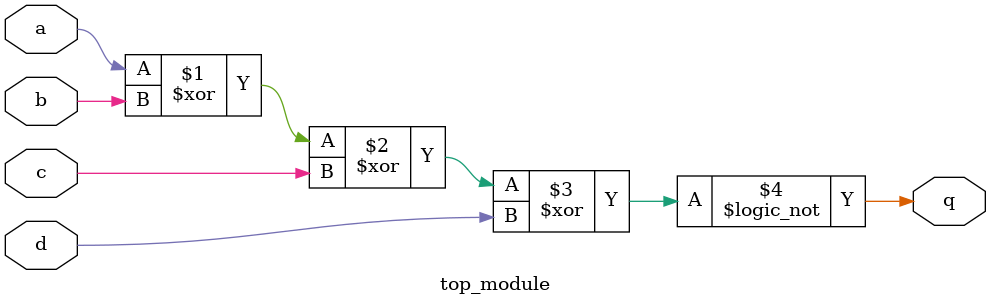
<source format=v>
module top_module (
    input a,
    input b,
    input c,
    input d,
    output q );//

    assign q = !(a ^ b ^ c ^d); // Fix me: Ok, Dude

endmodule

</source>
